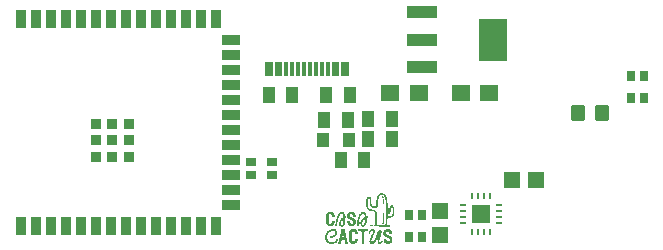
<source format=gtp>
G04 #@! TF.GenerationSoftware,KiCad,Pcbnew,9.0.0-9.0.0-2~ubuntu22.04.1*
G04 #@! TF.CreationDate,2025-03-24T08:10:21+01:00*
G04 #@! TF.ProjectId,kicad_makespace_tutorial,6b696361-645f-46d6-916b-657370616365,v1*
G04 #@! TF.SameCoordinates,Original*
G04 #@! TF.FileFunction,Paste,Top*
G04 #@! TF.FilePolarity,Positive*
%FSLAX46Y46*%
G04 Gerber Fmt 4.6, Leading zero omitted, Abs format (unit mm)*
G04 Created by KiCad (PCBNEW 9.0.0-9.0.0-2~ubuntu22.04.1) date 2025-03-24 08:10:21*
%MOMM*%
%LPD*%
G01*
G04 APERTURE LIST*
G04 Aperture macros list*
%AMRoundRect*
0 Rectangle with rounded corners*
0 $1 Rounding radius*
0 $2 $3 $4 $5 $6 $7 $8 $9 X,Y pos of 4 corners*
0 Add a 4 corners polygon primitive as box body*
4,1,4,$2,$3,$4,$5,$6,$7,$8,$9,$2,$3,0*
0 Add four circle primitives for the rounded corners*
1,1,$1+$1,$2,$3*
1,1,$1+$1,$4,$5*
1,1,$1+$1,$6,$7*
1,1,$1+$1,$8,$9*
0 Add four rect primitives between the rounded corners*
20,1,$1+$1,$2,$3,$4,$5,0*
20,1,$1+$1,$4,$5,$6,$7,0*
20,1,$1+$1,$6,$7,$8,$9,0*
20,1,$1+$1,$8,$9,$2,$3,0*%
G04 Aperture macros list end*
%ADD10C,0.000000*%
%ADD11R,0.700000X0.900000*%
%ADD12R,0.900000X0.700000*%
%ADD13R,1.130000X1.380000*%
%ADD14R,0.900000X1.500000*%
%ADD15R,1.500000X0.900000*%
%ADD16R,0.900000X0.900000*%
%ADD17R,1.500000X1.360000*%
%ADD18R,1.000000X1.250000*%
%ADD19RoundRect,0.250000X-0.350000X-0.450000X0.350000X-0.450000X0.350000X0.450000X-0.350000X0.450000X0*%
%ADD20R,2.500000X1.100000*%
%ADD21R,2.340000X3.600000*%
%ADD22R,0.300000X1.300000*%
%ADD23R,1.410000X1.350000*%
%ADD24R,1.350000X1.410000*%
%ADD25R,0.600000X0.250000*%
%ADD26R,0.250000X0.600000*%
%ADD27R,1.500000X1.500000*%
%ADD28R,1.000000X1.400000*%
G04 APERTURE END LIST*
D10*
G04 #@! TO.C,G\u002A\u002A\u002A*
G36*
X37732384Y-19674971D02*
G01*
X37753902Y-19675525D01*
X37768439Y-19676998D01*
X37778433Y-19679837D01*
X37786319Y-19684491D01*
X37794536Y-19691410D01*
X37795400Y-19692182D01*
X37807852Y-19705224D01*
X37813466Y-19718386D01*
X37814759Y-19737126D01*
X37813417Y-19756108D01*
X37807713Y-19769222D01*
X37795400Y-19782069D01*
X37787030Y-19789221D01*
X37779215Y-19794066D01*
X37769520Y-19797055D01*
X37755506Y-19798635D01*
X37734738Y-19799256D01*
X37704777Y-19799366D01*
X37701447Y-19799366D01*
X37626852Y-19799366D01*
X37606698Y-19779212D01*
X37593008Y-19762816D01*
X37587229Y-19747160D01*
X37586544Y-19737126D01*
X37589031Y-19719741D01*
X37598106Y-19704376D01*
X37606698Y-19695039D01*
X37626852Y-19674885D01*
X37701447Y-19674885D01*
X37732384Y-19674971D01*
G37*
G36*
X38696198Y-17244416D02*
G01*
X38713945Y-17253669D01*
X38727243Y-17270476D01*
X38736783Y-17295969D01*
X38743262Y-17331282D01*
X38746199Y-17360530D01*
X38747558Y-17390767D01*
X38745430Y-17412186D01*
X38738874Y-17427546D01*
X38726945Y-17439609D01*
X38716866Y-17446382D01*
X38701857Y-17454232D01*
X38688497Y-17456615D01*
X38670715Y-17454455D01*
X38667596Y-17453856D01*
X38648469Y-17444540D01*
X38634394Y-17424935D01*
X38625207Y-17394781D01*
X38623282Y-17382927D01*
X38618352Y-17346620D01*
X38615005Y-17320108D01*
X38613328Y-17301427D01*
X38613408Y-17288611D01*
X38615330Y-17279695D01*
X38619180Y-17272715D01*
X38625044Y-17265705D01*
X38628590Y-17261764D01*
X38642239Y-17248649D01*
X38655635Y-17242835D01*
X38673305Y-17241583D01*
X38696198Y-17244416D01*
G37*
G36*
X38707475Y-17506270D02*
G01*
X38729697Y-17511240D01*
X38736004Y-17513994D01*
X38746042Y-17519973D01*
X38754155Y-17527303D01*
X38760581Y-17537267D01*
X38765561Y-17551147D01*
X38769333Y-17570224D01*
X38772136Y-17595780D01*
X38774210Y-17629096D01*
X38775793Y-17671456D01*
X38777126Y-17724139D01*
X38777376Y-17735680D01*
X38778390Y-17789266D01*
X38778837Y-17832266D01*
X38778609Y-17865942D01*
X38777602Y-17891553D01*
X38775709Y-17910362D01*
X38772825Y-17923628D01*
X38768843Y-17932612D01*
X38763657Y-17938576D01*
X38760106Y-17941117D01*
X38741065Y-17948220D01*
X38717518Y-17951023D01*
X38697497Y-17948996D01*
X38680421Y-17941417D01*
X38667859Y-17931633D01*
X38664435Y-17927050D01*
X38661706Y-17920778D01*
X38659549Y-17911404D01*
X38657842Y-17897515D01*
X38656462Y-17877700D01*
X38655286Y-17850547D01*
X38654193Y-17814643D01*
X38653061Y-17768576D01*
X38652822Y-17758159D01*
X38651683Y-17714425D01*
X38650351Y-17673528D01*
X38648905Y-17637288D01*
X38647425Y-17607521D01*
X38645992Y-17586045D01*
X38644734Y-17574915D01*
X38643951Y-17551315D01*
X38649932Y-17529695D01*
X38661351Y-17514070D01*
X38665801Y-17511065D01*
X38684241Y-17506131D01*
X38707475Y-17506270D01*
G37*
G36*
X38748409Y-18640309D02*
G01*
X38770063Y-18646713D01*
X38787866Y-18657502D01*
X38795417Y-18666496D01*
X38797089Y-18675472D01*
X38798538Y-18694660D01*
X38799751Y-18722416D01*
X38800717Y-18757099D01*
X38801422Y-18797066D01*
X38801853Y-18840675D01*
X38801999Y-18886283D01*
X38801846Y-18932249D01*
X38801381Y-18976930D01*
X38800593Y-19018684D01*
X38799467Y-19055868D01*
X38798581Y-19076192D01*
X38796943Y-19107113D01*
X38794845Y-19144436D01*
X38792405Y-19186244D01*
X38789743Y-19230624D01*
X38786979Y-19275659D01*
X38784233Y-19319433D01*
X38781623Y-19360030D01*
X38779269Y-19395537D01*
X38777292Y-19424035D01*
X38775810Y-19443611D01*
X38775274Y-19449635D01*
X38773434Y-19468947D01*
X38771098Y-19494745D01*
X38768746Y-19521700D01*
X38768573Y-19523730D01*
X38764255Y-19558096D01*
X38757472Y-19582699D01*
X38747308Y-19599529D01*
X38732846Y-19610578D01*
X38727414Y-19613112D01*
X38700646Y-19620577D01*
X38677461Y-19618238D01*
X38665415Y-19612935D01*
X38656342Y-19606997D01*
X38649657Y-19599570D01*
X38645185Y-19589091D01*
X38642754Y-19573999D01*
X38642191Y-19552732D01*
X38643323Y-19523728D01*
X38645977Y-19485427D01*
X38648209Y-19457568D01*
X38659769Y-19302916D01*
X38668245Y-19156751D01*
X38673772Y-19016149D01*
X38676487Y-18878189D01*
X38676728Y-18846544D01*
X38677090Y-18804314D01*
X38677676Y-18765642D01*
X38678440Y-18732219D01*
X38679337Y-18705736D01*
X38680319Y-18687883D01*
X38681247Y-18680570D01*
X38693599Y-18660630D01*
X38712700Y-18645577D01*
X38727607Y-18640120D01*
X38748409Y-18640309D01*
G37*
G36*
X36888703Y-20043519D02*
G01*
X36968989Y-20043723D01*
X37000366Y-20043839D01*
X37387968Y-20045364D01*
X37389587Y-20143170D01*
X37391206Y-20240976D01*
X37271034Y-20240344D01*
X37233691Y-20240383D01*
X37199751Y-20240862D01*
X37171241Y-20241717D01*
X37150190Y-20242884D01*
X37138623Y-20244298D01*
X37137755Y-20244555D01*
X37126084Y-20254428D01*
X37119443Y-20268899D01*
X37118659Y-20277812D01*
X37117981Y-20297689D01*
X37117415Y-20327640D01*
X37116964Y-20366772D01*
X37116633Y-20414196D01*
X37116425Y-20469020D01*
X37116345Y-20530354D01*
X37116397Y-20597306D01*
X37116585Y-20668985D01*
X37116913Y-20744502D01*
X37117082Y-20775038D01*
X37117585Y-20862304D01*
X37117998Y-20938473D01*
X37118308Y-21004304D01*
X37118502Y-21060554D01*
X37118568Y-21107984D01*
X37118491Y-21147350D01*
X37118260Y-21179411D01*
X37117861Y-21204926D01*
X37117282Y-21224653D01*
X37116509Y-21239350D01*
X37115529Y-21249776D01*
X37114330Y-21256689D01*
X37112898Y-21260847D01*
X37111220Y-21263010D01*
X37109284Y-21263935D01*
X37108718Y-21264070D01*
X37099377Y-21264751D01*
X37080306Y-21265178D01*
X37053626Y-21265336D01*
X37021461Y-21265213D01*
X36989333Y-21264845D01*
X36950932Y-21263965D01*
X36919588Y-21262624D01*
X36896604Y-21260910D01*
X36883285Y-21258913D01*
X36880412Y-21257435D01*
X36878303Y-21246175D01*
X36878189Y-21245714D01*
X36877953Y-21239005D01*
X36877710Y-21221330D01*
X36877465Y-21193578D01*
X36877223Y-21156637D01*
X36876986Y-21111397D01*
X36876759Y-21058746D01*
X36876547Y-20999574D01*
X36876352Y-20934769D01*
X36876179Y-20865221D01*
X36876032Y-20791818D01*
X36875967Y-20751888D01*
X36875805Y-20662613D01*
X36875602Y-20584470D01*
X36875342Y-20516734D01*
X36875014Y-20458680D01*
X36874603Y-20409585D01*
X36874097Y-20368723D01*
X36873482Y-20335372D01*
X36872745Y-20308805D01*
X36871873Y-20288301D01*
X36870852Y-20273133D01*
X36869669Y-20262578D01*
X36868311Y-20255912D01*
X36866819Y-20252483D01*
X36863221Y-20248606D01*
X36857787Y-20245667D01*
X36848916Y-20243504D01*
X36835008Y-20241956D01*
X36814464Y-20240860D01*
X36785682Y-20240056D01*
X36747061Y-20239382D01*
X36735191Y-20239208D01*
X36690759Y-20238265D01*
X36654417Y-20236859D01*
X36627164Y-20235053D01*
X36610000Y-20232907D01*
X36604298Y-20231073D01*
X36600922Y-20222437D01*
X36598432Y-20204653D01*
X36596822Y-20180395D01*
X36596086Y-20152338D01*
X36596218Y-20123156D01*
X36597214Y-20095522D01*
X36599066Y-20072112D01*
X36601768Y-20055598D01*
X36604695Y-20049010D01*
X36610175Y-20047568D01*
X36623201Y-20046356D01*
X36644289Y-20045366D01*
X36673955Y-20044592D01*
X36712714Y-20044027D01*
X36761081Y-20043664D01*
X36819572Y-20043497D01*
X36888703Y-20043519D01*
G37*
G36*
X34264628Y-18552646D02*
G01*
X34302635Y-18555603D01*
X34333621Y-18560728D01*
X34341153Y-18562729D01*
X34400953Y-18586455D01*
X34454207Y-18619334D01*
X34499992Y-18660440D01*
X34537389Y-18708845D01*
X34565474Y-18763623D01*
X34577957Y-18800929D01*
X34582023Y-18820996D01*
X34585906Y-18849079D01*
X34589147Y-18881343D01*
X34591181Y-18911700D01*
X34594869Y-18987277D01*
X34478856Y-18987277D01*
X34362844Y-18987277D01*
X34359089Y-18947266D01*
X34351341Y-18891068D01*
X34339418Y-18845389D01*
X34322931Y-18809517D01*
X34301492Y-18782736D01*
X34274713Y-18764333D01*
X34255663Y-18756937D01*
X34217622Y-18750993D01*
X34182388Y-18756120D01*
X34151113Y-18771651D01*
X34124946Y-18796918D01*
X34105040Y-18831254D01*
X34098948Y-18847823D01*
X34093403Y-18867844D01*
X34088854Y-18890250D01*
X34085214Y-18916330D01*
X34082402Y-18947369D01*
X34080331Y-18984654D01*
X34078918Y-19029471D01*
X34078079Y-19083109D01*
X34077729Y-19146853D01*
X34077707Y-19172123D01*
X34077894Y-19237740D01*
X34078514Y-19292883D01*
X34079669Y-19338925D01*
X34081458Y-19377244D01*
X34083985Y-19409213D01*
X34087349Y-19436209D01*
X34091652Y-19459607D01*
X34096996Y-19480783D01*
X34101489Y-19495259D01*
X34115327Y-19530461D01*
X34130918Y-19556187D01*
X34149983Y-19574818D01*
X34166335Y-19584921D01*
X34184927Y-19593054D01*
X34202741Y-19596508D01*
X34225526Y-19596288D01*
X34229738Y-19595999D01*
X34255071Y-19592339D01*
X34277320Y-19585966D01*
X34286030Y-19581909D01*
X34311138Y-19560406D01*
X34330778Y-19528480D01*
X34344896Y-19486257D01*
X34353436Y-19433859D01*
X34354121Y-19426456D01*
X34356587Y-19402264D01*
X34360393Y-19384878D01*
X34367315Y-19373180D01*
X34379130Y-19366049D01*
X34397615Y-19362367D01*
X34424545Y-19361013D01*
X34458224Y-19360861D01*
X34504737Y-19361692D01*
X34540306Y-19364076D01*
X34565756Y-19368130D01*
X34581914Y-19373974D01*
X34588396Y-19379556D01*
X34590786Y-19389608D01*
X34591626Y-19408648D01*
X34591091Y-19433938D01*
X34589355Y-19462737D01*
X34586593Y-19492304D01*
X34582979Y-19519899D01*
X34578687Y-19542783D01*
X34577778Y-19546494D01*
X34556997Y-19604711D01*
X34526857Y-19656374D01*
X34488202Y-19700968D01*
X34441875Y-19737980D01*
X34388718Y-19766894D01*
X34329576Y-19787196D01*
X34265291Y-19798371D01*
X34196706Y-19799904D01*
X34166479Y-19797513D01*
X34101452Y-19784965D01*
X34042215Y-19762484D01*
X33989507Y-19730714D01*
X33944067Y-19690302D01*
X33906633Y-19641892D01*
X33877943Y-19586130D01*
X33860084Y-19529658D01*
X33857705Y-19517773D01*
X33855710Y-19503546D01*
X33854058Y-19485835D01*
X33852708Y-19463502D01*
X33851619Y-19435405D01*
X33850749Y-19400406D01*
X33850059Y-19357364D01*
X33849507Y-19305139D01*
X33849053Y-19242591D01*
X33848911Y-19218456D01*
X33848589Y-19138701D01*
X33848608Y-19069800D01*
X33849017Y-19010756D01*
X33849864Y-18960572D01*
X33851197Y-18918251D01*
X33853063Y-18882795D01*
X33855510Y-18853207D01*
X33858586Y-18828490D01*
X33862340Y-18807646D01*
X33866818Y-18789678D01*
X33869986Y-18779525D01*
X33894379Y-18725206D01*
X33928633Y-18676452D01*
X33971697Y-18634202D01*
X34022517Y-18599395D01*
X34080040Y-18572970D01*
X34113367Y-18562556D01*
X34143969Y-18556812D01*
X34181746Y-18553248D01*
X34223149Y-18551860D01*
X34264628Y-18552646D01*
G37*
G36*
X36238080Y-20023654D02*
G01*
X36302962Y-20037767D01*
X36361073Y-20060990D01*
X36411969Y-20093077D01*
X36455204Y-20133783D01*
X36490336Y-20182863D01*
X36501292Y-20203301D01*
X36520855Y-20249068D01*
X36533834Y-20295027D01*
X36541012Y-20344854D01*
X36543174Y-20399541D01*
X36543277Y-20463263D01*
X36427502Y-20463263D01*
X36385109Y-20463069D01*
X36353396Y-20462438D01*
X36331195Y-20461297D01*
X36317335Y-20459571D01*
X36310648Y-20457188D01*
X36309659Y-20455854D01*
X36307984Y-20446874D01*
X36305309Y-20429352D01*
X36302115Y-20406511D01*
X36300924Y-20397546D01*
X36292387Y-20347080D01*
X36280919Y-20307078D01*
X36265685Y-20276339D01*
X36245850Y-20253658D01*
X36220579Y-20237833D01*
X36189036Y-20227660D01*
X36182028Y-20226221D01*
X36144898Y-20224730D01*
X36110791Y-20234007D01*
X36081481Y-20253032D01*
X36058739Y-20280784D01*
X36048241Y-20303239D01*
X36041661Y-20322503D01*
X36036207Y-20340795D01*
X36031772Y-20359444D01*
X36028253Y-20379778D01*
X36025544Y-20403124D01*
X36023542Y-20430809D01*
X36022142Y-20464163D01*
X36021239Y-20504511D01*
X36020728Y-20553183D01*
X36020506Y-20611506D01*
X36020466Y-20655912D01*
X36020555Y-20723799D01*
X36020930Y-20781067D01*
X36021708Y-20828952D01*
X36023006Y-20868690D01*
X36024941Y-20901516D01*
X36027629Y-20928667D01*
X36031187Y-20951377D01*
X36035732Y-20970882D01*
X36041381Y-20988418D01*
X36048250Y-21005220D01*
X36054790Y-21019143D01*
X36075833Y-21049736D01*
X36104128Y-21071377D01*
X36138689Y-21083640D01*
X36178527Y-21086097D01*
X36202516Y-21083080D01*
X36227009Y-21073175D01*
X36250551Y-21054303D01*
X36270315Y-21029199D01*
X36281433Y-21006665D01*
X36286684Y-20991563D01*
X36290818Y-20976814D01*
X36294380Y-20959640D01*
X36297913Y-20937265D01*
X36301963Y-20906913D01*
X36303712Y-20893018D01*
X36307013Y-20874312D01*
X36311251Y-20860065D01*
X36313443Y-20855971D01*
X36319712Y-20852982D01*
X36333673Y-20850827D01*
X36356444Y-20849427D01*
X36389141Y-20848705D01*
X36419291Y-20848561D01*
X36455996Y-20848638D01*
X36482725Y-20849015D01*
X36501361Y-20849910D01*
X36513782Y-20851541D01*
X36521870Y-20854126D01*
X36527505Y-20857883D01*
X36531191Y-20861534D01*
X36538768Y-20873211D01*
X36542697Y-20889826D01*
X36543878Y-20910437D01*
X36541820Y-20975265D01*
X36532864Y-21031878D01*
X36516321Y-21082158D01*
X36491503Y-21127987D01*
X36457721Y-21171248D01*
X36442744Y-21187049D01*
X36396415Y-21227151D01*
X36346594Y-21256797D01*
X36290889Y-21277278D01*
X36263445Y-21283811D01*
X36222807Y-21289591D01*
X36176394Y-21292171D01*
X36128987Y-21291550D01*
X36085365Y-21287723D01*
X36063137Y-21283917D01*
X36004145Y-21265571D01*
X35949549Y-21237388D01*
X35900927Y-21200570D01*
X35859862Y-21156316D01*
X35827933Y-21105826D01*
X35827524Y-21105012D01*
X35815531Y-21078961D01*
X35806155Y-21053044D01*
X35798921Y-21024932D01*
X35793354Y-20992298D01*
X35788977Y-20952813D01*
X35785313Y-20904148D01*
X35784800Y-20895982D01*
X35783385Y-20864173D01*
X35782387Y-20823005D01*
X35781785Y-20774494D01*
X35781561Y-20720653D01*
X35781695Y-20663498D01*
X35782168Y-20605041D01*
X35782961Y-20547297D01*
X35784055Y-20492280D01*
X35785429Y-20442005D01*
X35787066Y-20398485D01*
X35788945Y-20363736D01*
X35790035Y-20349541D01*
X35800322Y-20281866D01*
X35818599Y-20222679D01*
X35845263Y-20171364D01*
X35880710Y-20127304D01*
X35925337Y-20089883D01*
X35976421Y-20060008D01*
X36025623Y-20039409D01*
X36075836Y-20026295D01*
X36130737Y-20019870D01*
X36166871Y-20018895D01*
X36238080Y-20023654D01*
G37*
G36*
X34557737Y-20022888D02*
G01*
X34615112Y-20038136D01*
X34665190Y-20061106D01*
X34709226Y-20092325D01*
X34734950Y-20117019D01*
X34772158Y-20164982D01*
X34798993Y-20217388D01*
X34815502Y-20273035D01*
X34821734Y-20330717D01*
X34817739Y-20389233D01*
X34803566Y-20447376D01*
X34779264Y-20503944D01*
X34744881Y-20557732D01*
X34715604Y-20592280D01*
X34662329Y-20640138D01*
X34599729Y-20680771D01*
X34527914Y-20714136D01*
X34446992Y-20740191D01*
X34357071Y-20758891D01*
X34271503Y-20769153D01*
X34225564Y-20773000D01*
X34225564Y-20714107D01*
X34225964Y-20684942D01*
X34228186Y-20663006D01*
X34233759Y-20646868D01*
X34244214Y-20635096D01*
X34261080Y-20626258D01*
X34285889Y-20618923D01*
X34320170Y-20611660D01*
X34338924Y-20608066D01*
X34403922Y-20592769D01*
X34460099Y-20572624D01*
X34509957Y-20546300D01*
X34555996Y-20512463D01*
X34600718Y-20469780D01*
X34602972Y-20467381D01*
X34633218Y-20428651D01*
X34651713Y-20389448D01*
X34658561Y-20349297D01*
X34653867Y-20307726D01*
X34644395Y-20279035D01*
X34622574Y-20237564D01*
X34594880Y-20205664D01*
X34560768Y-20183059D01*
X34519691Y-20169476D01*
X34471102Y-20164639D01*
X34422498Y-20167308D01*
X34391581Y-20171666D01*
X34358380Y-20177748D01*
X34329617Y-20184310D01*
X34327279Y-20184935D01*
X34258947Y-20209575D01*
X34194554Y-20244831D01*
X34134920Y-20289879D01*
X34080862Y-20343898D01*
X34033201Y-20406065D01*
X33992755Y-20475558D01*
X33960344Y-20551554D01*
X33959406Y-20554206D01*
X33951082Y-20578394D01*
X33945287Y-20597633D01*
X33941563Y-20615082D01*
X33939454Y-20633899D01*
X33938503Y-20657241D01*
X33938251Y-20688266D01*
X33938243Y-20700370D01*
X33938365Y-20734505D01*
X33939039Y-20759951D01*
X33940726Y-20779874D01*
X33943886Y-20797440D01*
X33948981Y-20815816D01*
X33956472Y-20838167D01*
X33959618Y-20847153D01*
X33989335Y-20917925D01*
X34025500Y-20979920D01*
X34067694Y-21032668D01*
X34115500Y-21075701D01*
X34168498Y-21108547D01*
X34206639Y-21124599D01*
X34272382Y-21141730D01*
X34339559Y-21148479D01*
X34406496Y-21145138D01*
X34471520Y-21132000D01*
X34532957Y-21109357D01*
X34589134Y-21077501D01*
X34622043Y-21051988D01*
X34660383Y-21012973D01*
X34696615Y-20965695D01*
X34728091Y-20913731D01*
X34736331Y-20897516D01*
X34747239Y-20875699D01*
X34756587Y-20858237D01*
X34762974Y-20847696D01*
X34764583Y-20845843D01*
X34771798Y-20846331D01*
X34787739Y-20849858D01*
X34809855Y-20855803D01*
X34829305Y-20861581D01*
X34858202Y-20870785D01*
X34877004Y-20878746D01*
X34886927Y-20887782D01*
X34889183Y-20900212D01*
X34884986Y-20918352D01*
X34875552Y-20944522D01*
X34874377Y-20947641D01*
X34844141Y-21011771D01*
X34803745Y-21072236D01*
X34754627Y-21127834D01*
X34698222Y-21177363D01*
X34635970Y-21219619D01*
X34569305Y-21253402D01*
X34499666Y-21277509D01*
X34472364Y-21283957D01*
X34424981Y-21291191D01*
X34372426Y-21295090D01*
X34319633Y-21295504D01*
X34271534Y-21292286D01*
X34257823Y-21290446D01*
X34178215Y-21272286D01*
X34103265Y-21243540D01*
X34033807Y-21204843D01*
X33970675Y-21156831D01*
X33914704Y-21100139D01*
X33866726Y-21035403D01*
X33827577Y-20963259D01*
X33827141Y-20962299D01*
X33801988Y-20893767D01*
X33785302Y-20819240D01*
X33777186Y-20741127D01*
X33777748Y-20661839D01*
X33787092Y-20583787D01*
X33805325Y-20509380D01*
X33807075Y-20503947D01*
X33838315Y-20426094D01*
X33878960Y-20352703D01*
X33927974Y-20284514D01*
X33984319Y-20222269D01*
X34046959Y-20166708D01*
X34114857Y-20118572D01*
X34186976Y-20078602D01*
X34262278Y-20047538D01*
X34339727Y-20026122D01*
X34418285Y-20015094D01*
X34491814Y-20014835D01*
X34557737Y-20022888D01*
G37*
G36*
X35329831Y-20042442D02*
G01*
X35359475Y-20042697D01*
X35380750Y-20043353D01*
X35395399Y-20044600D01*
X35405168Y-20046629D01*
X35411798Y-20049629D01*
X35417033Y-20053791D01*
X35419844Y-20056538D01*
X35430405Y-20071396D01*
X35439267Y-20090960D01*
X35441002Y-20096549D01*
X35443071Y-20104777D01*
X35447695Y-20123563D01*
X35454642Y-20151944D01*
X35463678Y-20188956D01*
X35474568Y-20233636D01*
X35487078Y-20285020D01*
X35500975Y-20342144D01*
X35516025Y-20404045D01*
X35531994Y-20469759D01*
X35548648Y-20538323D01*
X35565754Y-20608772D01*
X35583077Y-20680142D01*
X35600383Y-20751472D01*
X35617439Y-20821795D01*
X35634010Y-20890150D01*
X35649864Y-20955572D01*
X35664765Y-21017098D01*
X35678481Y-21073763D01*
X35690777Y-21124605D01*
X35701419Y-21168660D01*
X35710174Y-21204963D01*
X35716808Y-21232552D01*
X35721086Y-21250462D01*
X35722408Y-21256087D01*
X35725486Y-21269424D01*
X35610703Y-21269424D01*
X35570748Y-21269338D01*
X35540959Y-21268978D01*
X35519648Y-21268194D01*
X35505127Y-21266835D01*
X35495707Y-21264752D01*
X35489699Y-21261794D01*
X35485856Y-21258304D01*
X35480687Y-21247614D01*
X35474087Y-21225588D01*
X35466162Y-21192647D01*
X35457019Y-21149209D01*
X35452548Y-21126414D01*
X35442765Y-21075652D01*
X35434899Y-21035265D01*
X35428626Y-21003984D01*
X35423621Y-20980544D01*
X35419560Y-20963678D01*
X35416120Y-20952117D01*
X35412974Y-20944596D01*
X35409800Y-20939846D01*
X35406272Y-20936602D01*
X35403433Y-20934557D01*
X35395548Y-20930892D01*
X35382877Y-20928323D01*
X35363620Y-20926693D01*
X35335979Y-20925845D01*
X35301433Y-20925621D01*
X35262436Y-20925876D01*
X35233570Y-20927108D01*
X35213118Y-20930013D01*
X35199359Y-20935286D01*
X35190573Y-20943626D01*
X35185041Y-20955728D01*
X35181043Y-20972289D01*
X35180592Y-20974573D01*
X35177626Y-20989828D01*
X35172860Y-21014431D01*
X35166739Y-21046088D01*
X35159705Y-21082504D01*
X35152203Y-21121386D01*
X35150518Y-21130125D01*
X35141342Y-21176262D01*
X35133659Y-21211562D01*
X35127237Y-21236916D01*
X35121848Y-21253218D01*
X35117261Y-21261358D01*
X35116517Y-21262015D01*
X35108493Y-21264874D01*
X35092536Y-21266986D01*
X35067647Y-21268408D01*
X35032827Y-21269201D01*
X34991420Y-21269424D01*
X34876321Y-21269424D01*
X34880437Y-21253123D01*
X34882495Y-21244734D01*
X34887105Y-21225799D01*
X34894028Y-21197293D01*
X34903029Y-21160194D01*
X34913870Y-21115479D01*
X34926315Y-21064123D01*
X34940127Y-21007103D01*
X34955069Y-20945397D01*
X34970905Y-20879979D01*
X34981378Y-20836706D01*
X34998152Y-20767390D01*
X35008633Y-20724080D01*
X35229259Y-20724080D01*
X35301289Y-20724080D01*
X35373319Y-20724080D01*
X35340593Y-20552094D01*
X35331021Y-20502925D01*
X35322393Y-20460863D01*
X35314922Y-20426834D01*
X35308820Y-20401767D01*
X35304299Y-20386589D01*
X35301686Y-20382166D01*
X35297906Y-20388531D01*
X35292973Y-20403847D01*
X35287705Y-20425375D01*
X35285303Y-20437081D01*
X35280854Y-20460046D01*
X35274699Y-20491691D01*
X35267413Y-20529065D01*
X35259573Y-20569215D01*
X35252180Y-20607009D01*
X35229259Y-20724080D01*
X35008633Y-20724080D01*
X35014555Y-20699610D01*
X35030302Y-20634544D01*
X35045108Y-20573371D01*
X35058687Y-20517269D01*
X35070753Y-20467418D01*
X35081023Y-20424995D01*
X35089209Y-20391180D01*
X35095028Y-20367151D01*
X35096874Y-20359529D01*
X35105168Y-20325264D01*
X35115155Y-20283941D01*
X35125757Y-20240031D01*
X35135893Y-20198003D01*
X35139108Y-20184664D01*
X35147383Y-20150443D01*
X35155129Y-20118646D01*
X35161737Y-20091758D01*
X35166597Y-20072264D01*
X35168558Y-20064629D01*
X35174446Y-20042400D01*
X35290076Y-20042400D01*
X35329831Y-20042442D01*
G37*
G36*
X36081390Y-18550042D02*
G01*
X36152193Y-18567288D01*
X36209416Y-18590021D01*
X36251744Y-18613828D01*
X36286953Y-18642872D01*
X36315554Y-18678127D01*
X36338054Y-18720568D01*
X36354963Y-18771169D01*
X36366789Y-18830903D01*
X36374041Y-18900745D01*
X36374384Y-18905945D01*
X36375948Y-18937905D01*
X36375793Y-18959762D01*
X36373848Y-18973155D01*
X36371231Y-18978559D01*
X36366238Y-18981935D01*
X36356636Y-18984353D01*
X36340778Y-18985953D01*
X36317020Y-18986872D01*
X36283716Y-18987248D01*
X36267345Y-18987277D01*
X36231469Y-18987225D01*
X36205549Y-18986896D01*
X36187684Y-18986036D01*
X36175976Y-18984387D01*
X36168526Y-18981694D01*
X36163433Y-18977701D01*
X36159231Y-18972704D01*
X36151029Y-18955594D01*
X36144227Y-18927060D01*
X36141042Y-18906026D01*
X36131067Y-18855783D01*
X36115296Y-18815718D01*
X36093496Y-18785541D01*
X36065435Y-18764961D01*
X36030879Y-18753686D01*
X36017496Y-18751911D01*
X35977285Y-18752403D01*
X35944273Y-18762111D01*
X35917770Y-18781403D01*
X35897084Y-18810646D01*
X35893514Y-18817872D01*
X35881397Y-18856882D01*
X35880552Y-18896177D01*
X35890804Y-18933899D01*
X35906955Y-18961797D01*
X35920973Y-18975327D01*
X35945684Y-18992757D01*
X35980672Y-19013846D01*
X36025524Y-19038352D01*
X36079824Y-19066033D01*
X36116486Y-19083930D01*
X36149453Y-19100359D01*
X36182969Y-19118030D01*
X36213482Y-19135011D01*
X36237439Y-19149370D01*
X36240967Y-19151648D01*
X36294659Y-19193224D01*
X36338203Y-19240432D01*
X36371332Y-19292643D01*
X36393779Y-19349230D01*
X36405276Y-19409565D01*
X36405559Y-19473018D01*
X36398262Y-19522218D01*
X36387450Y-19558272D01*
X36370339Y-19598160D01*
X36349148Y-19637470D01*
X36326099Y-19671789D01*
X36317879Y-19681951D01*
X36292333Y-19706846D01*
X36259430Y-19731970D01*
X36223276Y-19754543D01*
X36187981Y-19771786D01*
X36181196Y-19774421D01*
X36136404Y-19786980D01*
X36084810Y-19795046D01*
X36030692Y-19798343D01*
X35978328Y-19796596D01*
X35935351Y-19790289D01*
X35872698Y-19771383D01*
X35818387Y-19744085D01*
X35772497Y-19708505D01*
X35735109Y-19664754D01*
X35706303Y-19612942D01*
X35686160Y-19553180D01*
X35674760Y-19485579D01*
X35671990Y-19427614D01*
X35672257Y-19401243D01*
X35673442Y-19384270D01*
X35675985Y-19374249D01*
X35680326Y-19368732D01*
X35682860Y-19367133D01*
X35692427Y-19365105D01*
X35711474Y-19363429D01*
X35737630Y-19362231D01*
X35768523Y-19361643D01*
X35784248Y-19361614D01*
X35822707Y-19361903D01*
X35850993Y-19363090D01*
X35870793Y-19366157D01*
X35883788Y-19372085D01*
X35891663Y-19381857D01*
X35896101Y-19396452D01*
X35898786Y-19416853D01*
X35899952Y-19429056D01*
X35908269Y-19480610D01*
X35922587Y-19522655D01*
X35942754Y-19554883D01*
X35968618Y-19576983D01*
X35973685Y-19579769D01*
X36012123Y-19593517D01*
X36049879Y-19596308D01*
X36085381Y-19589003D01*
X36117052Y-19572467D01*
X36143320Y-19547563D01*
X36162610Y-19515153D01*
X36173348Y-19476103D01*
X36174111Y-19469851D01*
X36175045Y-19448386D01*
X36171838Y-19430320D01*
X36163284Y-19409465D01*
X36161719Y-19406231D01*
X36151652Y-19389012D01*
X36138135Y-19372572D01*
X36119867Y-19355928D01*
X36095549Y-19338100D01*
X36063880Y-19318106D01*
X36023562Y-19294963D01*
X35990331Y-19276814D01*
X35955939Y-19258301D01*
X35919771Y-19238839D01*
X35885519Y-19220415D01*
X35856874Y-19205013D01*
X35849741Y-19201180D01*
X35790115Y-19165876D01*
X35741562Y-19129542D01*
X35703301Y-19091082D01*
X35674552Y-19049402D01*
X35654533Y-19003407D01*
X35642463Y-18952001D01*
X35637914Y-18904290D01*
X35639741Y-18837096D01*
X35651430Y-18776479D01*
X35672962Y-18722468D01*
X35704318Y-18675091D01*
X35745479Y-18634376D01*
X35796426Y-18600350D01*
X35857140Y-18573042D01*
X35867900Y-18569250D01*
X35939047Y-18551011D01*
X36010276Y-18544613D01*
X36081390Y-18550042D01*
G37*
G36*
X39147084Y-20018862D02*
G01*
X39215855Y-20030326D01*
X39275151Y-20048691D01*
X39325321Y-20074220D01*
X39366711Y-20107177D01*
X39399671Y-20147823D01*
X39424547Y-20196423D01*
X39438321Y-20239070D01*
X39442353Y-20258795D01*
X39446780Y-20286845D01*
X39451199Y-20319788D01*
X39455204Y-20354193D01*
X39458391Y-20386629D01*
X39460356Y-20413663D01*
X39460768Y-20429590D01*
X39460095Y-20440860D01*
X39457553Y-20449288D01*
X39451633Y-20455286D01*
X39440825Y-20459266D01*
X39423619Y-20461642D01*
X39398506Y-20462824D01*
X39363975Y-20463226D01*
X39337440Y-20463263D01*
X39228504Y-20463263D01*
X39228387Y-20438071D01*
X39225591Y-20393158D01*
X39218111Y-20350115D01*
X39206680Y-20311561D01*
X39192029Y-20280112D01*
X39179312Y-20262702D01*
X39151766Y-20241281D01*
X39117799Y-20227338D01*
X39080856Y-20221774D01*
X39044381Y-20225490D01*
X39040798Y-20226433D01*
X39009161Y-20241013D01*
X38984169Y-20264187D01*
X38966579Y-20294259D01*
X38957150Y-20329532D01*
X38956641Y-20368309D01*
X38963054Y-20400335D01*
X38969148Y-20416490D01*
X38978109Y-20431547D01*
X38991015Y-20446284D01*
X39008947Y-20461477D01*
X39032982Y-20477905D01*
X39064200Y-20496345D01*
X39103680Y-20517575D01*
X39152501Y-20542373D01*
X39176990Y-20554501D01*
X39233013Y-20582564D01*
X39279427Y-20607027D01*
X39317575Y-20628828D01*
X39348799Y-20648908D01*
X39374443Y-20668205D01*
X39395850Y-20687659D01*
X39414362Y-20708210D01*
X39431321Y-20730795D01*
X39433475Y-20733919D01*
X39452968Y-20764100D01*
X39467066Y-20790915D01*
X39476598Y-20817388D01*
X39482396Y-20846542D01*
X39485289Y-20881401D01*
X39486106Y-20924988D01*
X39486107Y-20925621D01*
X39485954Y-20960565D01*
X39485186Y-20986624D01*
X39483437Y-21006764D01*
X39480343Y-21023951D01*
X39475541Y-21041154D01*
X39469854Y-21057972D01*
X39443014Y-21117998D01*
X39407776Y-21169748D01*
X39364445Y-21212938D01*
X39313327Y-21247283D01*
X39254724Y-21272496D01*
X39234432Y-21278591D01*
X39209520Y-21283406D01*
X39176433Y-21287098D01*
X39138810Y-21289518D01*
X39100291Y-21290519D01*
X39064517Y-21289951D01*
X39035126Y-21287664D01*
X39030111Y-21286952D01*
X38965734Y-21271866D01*
X38909385Y-21248180D01*
X38861168Y-21215965D01*
X38821189Y-21175291D01*
X38789552Y-21126229D01*
X38787843Y-21122863D01*
X38769854Y-21081429D01*
X38757090Y-21038280D01*
X38748755Y-20990056D01*
X38744351Y-20938945D01*
X38742686Y-20908928D01*
X38742461Y-20886410D01*
X38745103Y-20870315D01*
X38752042Y-20859569D01*
X38764706Y-20853096D01*
X38784525Y-20849818D01*
X38812927Y-20848662D01*
X38851341Y-20848551D01*
X38864401Y-20848561D01*
X38966746Y-20848561D01*
X38969811Y-20864862D01*
X38972120Y-20879794D01*
X38974826Y-20901015D01*
X38976578Y-20916729D01*
X38985618Y-20970101D01*
X39000606Y-21013260D01*
X39021604Y-21046284D01*
X39048677Y-21069252D01*
X39081887Y-21082242D01*
X39112915Y-21085504D01*
X39155697Y-21080882D01*
X39191463Y-21066808D01*
X39219997Y-21043425D01*
X39241079Y-21010873D01*
X39246034Y-20999033D01*
X39255936Y-20962250D01*
X39256011Y-20929143D01*
X39245790Y-20898041D01*
X39224803Y-20867273D01*
X39202515Y-20844156D01*
X39188626Y-20831931D01*
X39173189Y-20820153D01*
X39154589Y-20807855D01*
X39131209Y-20794070D01*
X39101433Y-20777828D01*
X39063646Y-20758162D01*
X39032573Y-20742351D01*
X38993504Y-20722367D01*
X38955694Y-20702618D01*
X38921167Y-20684192D01*
X38891947Y-20668176D01*
X38870057Y-20655659D01*
X38860990Y-20650091D01*
X38810105Y-20610730D01*
X38769335Y-20565235D01*
X38738789Y-20513831D01*
X38718574Y-20456741D01*
X38708800Y-20394191D01*
X38708852Y-20335819D01*
X38717205Y-20272615D01*
X38733560Y-20217446D01*
X38758409Y-20169170D01*
X38792244Y-20126649D01*
X38804237Y-20114828D01*
X38850909Y-20079001D01*
X38905493Y-20050750D01*
X38966440Y-20030510D01*
X39032202Y-20018714D01*
X39101229Y-20015796D01*
X39147084Y-20018862D01*
G37*
G36*
X35247219Y-18552087D02*
G01*
X35290172Y-18565680D01*
X35329364Y-18589378D01*
X35347941Y-18605835D01*
X35365567Y-18625650D01*
X35381595Y-18648742D01*
X35396641Y-18676524D01*
X35411323Y-18710412D01*
X35426256Y-18751819D01*
X35442059Y-18802160D01*
X35458209Y-18858717D01*
X35468981Y-18895550D01*
X35478534Y-18923807D01*
X35486479Y-18942428D01*
X35491774Y-18949960D01*
X35504187Y-18954303D01*
X35525898Y-18956958D01*
X35547873Y-18957639D01*
X35568275Y-18957715D01*
X35582415Y-18959151D01*
X35591335Y-18963763D01*
X35596076Y-18973365D01*
X35597678Y-18989772D01*
X35597184Y-19014798D01*
X35596009Y-19041537D01*
X35593488Y-19098761D01*
X35566092Y-19102870D01*
X35536698Y-19109783D01*
X35515258Y-19120093D01*
X35503615Y-19132894D01*
X35503250Y-19133768D01*
X35501521Y-19143114D01*
X35499431Y-19162015D01*
X35497187Y-19188185D01*
X35494994Y-19219338D01*
X35493802Y-19239203D01*
X35490835Y-19290337D01*
X35488144Y-19331956D01*
X35485503Y-19366391D01*
X35482686Y-19395971D01*
X35479466Y-19423025D01*
X35475617Y-19449885D01*
X35470913Y-19478879D01*
X35469985Y-19484345D01*
X35453066Y-19563090D01*
X35430900Y-19632220D01*
X35403657Y-19691515D01*
X35371505Y-19740757D01*
X35334614Y-19779725D01*
X35293154Y-19808202D01*
X35247292Y-19825967D01*
X35201324Y-19832663D01*
X35176296Y-19832764D01*
X35152597Y-19831279D01*
X35136748Y-19828809D01*
X35094167Y-19812123D01*
X35056000Y-19784920D01*
X35022899Y-19747927D01*
X34995513Y-19701868D01*
X34974623Y-19647901D01*
X34967690Y-19614780D01*
X34963856Y-19573908D01*
X34963297Y-19541513D01*
X35112164Y-19541513D01*
X35114316Y-19585534D01*
X35121920Y-19620511D01*
X35135555Y-19648202D01*
X35153833Y-19668682D01*
X35175224Y-19682804D01*
X35196772Y-19686175D01*
X35218287Y-19680873D01*
X35238827Y-19667672D01*
X35259184Y-19644897D01*
X35278014Y-19614773D01*
X35293973Y-19579525D01*
X35305714Y-19541378D01*
X35307496Y-19533315D01*
X35313646Y-19500877D01*
X35319884Y-19463458D01*
X35326030Y-19422657D01*
X35331904Y-19380071D01*
X35337324Y-19337299D01*
X35342110Y-19295939D01*
X35346080Y-19257590D01*
X35349055Y-19223849D01*
X35350852Y-19196315D01*
X35351292Y-19176586D01*
X35350194Y-19166260D01*
X35349155Y-19165107D01*
X35338600Y-19168500D01*
X35321443Y-19177606D01*
X35300405Y-19190821D01*
X35278210Y-19206537D01*
X35275672Y-19208459D01*
X35231645Y-19248912D01*
X35192804Y-19298175D01*
X35160297Y-19353913D01*
X35135269Y-19413791D01*
X35118868Y-19475473D01*
X35112239Y-19536624D01*
X35112164Y-19541513D01*
X34963297Y-19541513D01*
X34963080Y-19528966D01*
X34965322Y-19483632D01*
X34970538Y-19441589D01*
X34977304Y-19411105D01*
X35005747Y-19331760D01*
X35043618Y-19257290D01*
X35089995Y-19188843D01*
X35143955Y-19127568D01*
X35204577Y-19074613D01*
X35270938Y-19031125D01*
X35290953Y-19020535D01*
X35311225Y-19009704D01*
X35324771Y-18999625D01*
X35332227Y-18988009D01*
X35334229Y-18972566D01*
X35331414Y-18951009D01*
X35324419Y-18921049D01*
X35321636Y-18910218D01*
X35306412Y-18854008D01*
X35292418Y-18808401D01*
X35279072Y-18772284D01*
X35265791Y-18744542D01*
X35251994Y-18724064D01*
X35237100Y-18709734D01*
X35220526Y-18700441D01*
X35210211Y-18696999D01*
X35186396Y-18693759D01*
X35163664Y-18698083D01*
X35140028Y-18710828D01*
X35113503Y-18732852D01*
X35102701Y-18743380D01*
X35067646Y-18782300D01*
X35035549Y-18826046D01*
X35005538Y-18876153D01*
X34976744Y-18934155D01*
X34948295Y-19001585D01*
X34932354Y-19043590D01*
X34903181Y-19131567D01*
X34876712Y-19228302D01*
X34853525Y-19330892D01*
X34834192Y-19436433D01*
X34819291Y-19542022D01*
X34809396Y-19644754D01*
X34807547Y-19673560D01*
X34805308Y-19710922D01*
X34802656Y-19738064D01*
X34798407Y-19756596D01*
X34791381Y-19768129D01*
X34780394Y-19774272D01*
X34764265Y-19776638D01*
X34741811Y-19776835D01*
X34731845Y-19776683D01*
X34705766Y-19776120D01*
X34686521Y-19774312D01*
X34673157Y-19769694D01*
X34664719Y-19760702D01*
X34660251Y-19745770D01*
X34658800Y-19723335D01*
X34659411Y-19691832D01*
X34660701Y-19660066D01*
X34668957Y-19542232D01*
X34683623Y-19424351D01*
X34704289Y-19307855D01*
X34730542Y-19194173D01*
X34761970Y-19084735D01*
X34798161Y-18980973D01*
X34838702Y-18884316D01*
X34883182Y-18796194D01*
X34931189Y-18718038D01*
X34932812Y-18715669D01*
X34971569Y-18666598D01*
X35014195Y-18625614D01*
X35059601Y-18593005D01*
X35106696Y-18569059D01*
X35154391Y-18554065D01*
X35201596Y-18548312D01*
X35247219Y-18552087D01*
G37*
G36*
X37069374Y-18553673D02*
G01*
X37102250Y-18562877D01*
X37131505Y-18578034D01*
X37157743Y-18599943D01*
X37181571Y-18629401D01*
X37203595Y-18667205D01*
X37224420Y-18714155D01*
X37244651Y-18771048D01*
X37264896Y-18838683D01*
X37272290Y-18865761D01*
X37280399Y-18894124D01*
X37288476Y-18918984D01*
X37295592Y-18937684D01*
X37300821Y-18947568D01*
X37300882Y-18947636D01*
X37314801Y-18955811D01*
X37334391Y-18957460D01*
X37357090Y-18956985D01*
X37380932Y-18957040D01*
X37383522Y-18957089D01*
X37408715Y-18957639D01*
X37408715Y-19028771D01*
X37408553Y-19058982D01*
X37407883Y-19079275D01*
X37406421Y-19091585D01*
X37403888Y-19097849D01*
X37400000Y-19100000D01*
X37398341Y-19100138D01*
X37359823Y-19102272D01*
X37332936Y-19106662D01*
X37317671Y-19113309D01*
X37315453Y-19115610D01*
X37311462Y-19127255D01*
X37308607Y-19148489D01*
X37307180Y-19177079D01*
X37307137Y-19179577D01*
X37306577Y-19206957D01*
X37305794Y-19232783D01*
X37304929Y-19252616D01*
X37304658Y-19256986D01*
X37303557Y-19273477D01*
X37302015Y-19297704D01*
X37300290Y-19325570D01*
X37299481Y-19338912D01*
X37290870Y-19430444D01*
X37276646Y-19514061D01*
X37256999Y-19589219D01*
X37232117Y-19655377D01*
X37202191Y-19711991D01*
X37167411Y-19758522D01*
X37144737Y-19780984D01*
X37108713Y-19805530D01*
X37066469Y-19822867D01*
X37021332Y-19832220D01*
X36976629Y-19832815D01*
X36945939Y-19827208D01*
X36900061Y-19808357D01*
X36860839Y-19780004D01*
X36828573Y-19742652D01*
X36803558Y-19696802D01*
X36786093Y-19642957D01*
X36776476Y-19581622D01*
X36774737Y-19541513D01*
X36926086Y-19541513D01*
X36926229Y-19572515D01*
X36927473Y-19594878D01*
X36930245Y-19611800D01*
X36934973Y-19626479D01*
X36938545Y-19634716D01*
X36955672Y-19661439D01*
X36977147Y-19678622D01*
X37001432Y-19685570D01*
X37026988Y-19681588D01*
X37034687Y-19678152D01*
X37059578Y-19658931D01*
X37081868Y-19628336D01*
X37101569Y-19586332D01*
X37118693Y-19532882D01*
X37133252Y-19467951D01*
X37145258Y-19391504D01*
X37153296Y-19319226D01*
X37157534Y-19273755D01*
X37160684Y-19238687D01*
X37162812Y-19212623D01*
X37163984Y-19194168D01*
X37164264Y-19181923D01*
X37163720Y-19174492D01*
X37162417Y-19170477D01*
X37160419Y-19168483D01*
X37160384Y-19168461D01*
X37149896Y-19168451D01*
X37133214Y-19175991D01*
X37112031Y-19189782D01*
X37088039Y-19208521D01*
X37062930Y-19230907D01*
X37038397Y-19255639D01*
X37020499Y-19276025D01*
X36980853Y-19332280D01*
X36952192Y-19391968D01*
X36934170Y-19456065D01*
X36926439Y-19525542D01*
X36926086Y-19541513D01*
X36774737Y-19541513D01*
X36774573Y-19537722D01*
X36780078Y-19465219D01*
X36796413Y-19392605D01*
X36822667Y-19321396D01*
X36857927Y-19253110D01*
X36901281Y-19189264D01*
X36951817Y-19131374D01*
X37008622Y-19080959D01*
X37070785Y-19039534D01*
X37075849Y-19036716D01*
X37109816Y-19016302D01*
X37132764Y-18998258D01*
X37145188Y-18982134D01*
X37147898Y-18971110D01*
X37146276Y-18959968D01*
X37141866Y-18939996D01*
X37135352Y-18913696D01*
X37127420Y-18883573D01*
X37118752Y-18852131D01*
X37110035Y-18821874D01*
X37101951Y-18795307D01*
X37095186Y-18774933D01*
X37092031Y-18766693D01*
X37077223Y-18740295D01*
X37057833Y-18717715D01*
X37036762Y-18701978D01*
X37025617Y-18697368D01*
X36997028Y-18695458D01*
X36966325Y-18704276D01*
X36934379Y-18723074D01*
X36902062Y-18751106D01*
X36870245Y-18787626D01*
X36839800Y-18831888D01*
X36813732Y-18878841D01*
X36769798Y-18976402D01*
X36730581Y-19083696D01*
X36696396Y-19199445D01*
X36667556Y-19322376D01*
X36644375Y-19451211D01*
X36627166Y-19584677D01*
X36619759Y-19667515D01*
X36616185Y-19709307D01*
X36612507Y-19740640D01*
X36608790Y-19761050D01*
X36605100Y-19770073D01*
X36605056Y-19770111D01*
X36595319Y-19773367D01*
X36577320Y-19775724D01*
X36554627Y-19777059D01*
X36530806Y-19777249D01*
X36509425Y-19776172D01*
X36494769Y-19773902D01*
X36483658Y-19768764D01*
X36476394Y-19759017D01*
X36472345Y-19742666D01*
X36470881Y-19717715D01*
X36470966Y-19698596D01*
X36471769Y-19671394D01*
X36473208Y-19639382D01*
X36475075Y-19605965D01*
X36477166Y-19574546D01*
X36479273Y-19548530D01*
X36481004Y-19532622D01*
X36482850Y-19518248D01*
X36485305Y-19497814D01*
X36486761Y-19485200D01*
X36501995Y-19377936D01*
X36523050Y-19271184D01*
X36549388Y-19166527D01*
X36580473Y-19065550D01*
X36615768Y-18969833D01*
X36654736Y-18880961D01*
X36696840Y-18800516D01*
X36741544Y-18730081D01*
X36744063Y-18726535D01*
X36789489Y-18669054D01*
X36835483Y-18623149D01*
X36882500Y-18588542D01*
X36930994Y-18564953D01*
X36981418Y-18552105D01*
X37032269Y-18549624D01*
X37069374Y-18553673D01*
G37*
G36*
X37840747Y-20015999D02*
G01*
X37882557Y-20029438D01*
X37920015Y-20052169D01*
X37951566Y-20083717D01*
X37972827Y-20117619D01*
X37981764Y-20136529D01*
X37987484Y-20151890D01*
X37990678Y-20167362D01*
X37992038Y-20186604D01*
X37992257Y-20213274D01*
X37992223Y-20220126D01*
X37991585Y-20247023D01*
X37989726Y-20272508D01*
X37986237Y-20297787D01*
X37980711Y-20324066D01*
X37972739Y-20352549D01*
X37961914Y-20384442D01*
X37947826Y-20420952D01*
X37930067Y-20463283D01*
X37908229Y-20512641D01*
X37881905Y-20570232D01*
X37851666Y-20635165D01*
X37832518Y-20676157D01*
X37814040Y-20715919D01*
X37797135Y-20752493D01*
X37782705Y-20783921D01*
X37771653Y-20808246D01*
X37765584Y-20821887D01*
X37750878Y-20858774D01*
X37737386Y-20898354D01*
X37725904Y-20937737D01*
X37717226Y-20974032D01*
X37712148Y-21004351D01*
X37711155Y-21019752D01*
X37715404Y-21056368D01*
X37727005Y-21086831D01*
X37744700Y-21110073D01*
X37767230Y-21125029D01*
X37793338Y-21130634D01*
X37821766Y-21125822D01*
X37831524Y-21121726D01*
X37850903Y-21108798D01*
X37873528Y-21088195D01*
X37896901Y-21062611D01*
X37918522Y-21034742D01*
X37933169Y-21012113D01*
X37939717Y-20999457D01*
X37948798Y-20979592D01*
X37960603Y-20952043D01*
X37975322Y-20916335D01*
X37993144Y-20871996D01*
X38014261Y-20818550D01*
X38038862Y-20755525D01*
X38067137Y-20682444D01*
X38099277Y-20598836D01*
X38108070Y-20575889D01*
X38138707Y-20496729D01*
X38166082Y-20428020D01*
X38190641Y-20368954D01*
X38212835Y-20318725D01*
X38233112Y-20276525D01*
X38251921Y-20241546D01*
X38269710Y-20212980D01*
X38286930Y-20190019D01*
X38304028Y-20171857D01*
X38321454Y-20157685D01*
X38339657Y-20146696D01*
X38349148Y-20142161D01*
X38381268Y-20132689D01*
X38417655Y-20129575D01*
X38455143Y-20132375D01*
X38490572Y-20140646D01*
X38520776Y-20153944D01*
X38540030Y-20168923D01*
X38553607Y-20187201D01*
X38563421Y-20209615D01*
X38569370Y-20236792D01*
X38571354Y-20269357D01*
X38569271Y-20307936D01*
X38563021Y-20353155D01*
X38552502Y-20405639D01*
X38537613Y-20466016D01*
X38518254Y-20534911D01*
X38494322Y-20612950D01*
X38465718Y-20700759D01*
X38443574Y-20766288D01*
X38422992Y-20827225D01*
X38406328Y-20878447D01*
X38393231Y-20921299D01*
X38383353Y-20957127D01*
X38376342Y-20987277D01*
X38371851Y-21013092D01*
X38369527Y-21035920D01*
X38368995Y-21053110D01*
X38372470Y-21086142D01*
X38382315Y-21111990D01*
X38397657Y-21129481D01*
X38417622Y-21137446D01*
X38431652Y-21137133D01*
X38455607Y-21129334D01*
X38477311Y-21113386D01*
X38498097Y-21088033D01*
X38516446Y-21057403D01*
X38532746Y-21029636D01*
X38547292Y-21011466D01*
X38562033Y-21001229D01*
X38578919Y-20997261D01*
X38587115Y-20997063D01*
X38600751Y-20999390D01*
X38619873Y-21005132D01*
X38641278Y-21012997D01*
X38661763Y-21021696D01*
X38678123Y-21029937D01*
X38687155Y-21036429D01*
X38687909Y-21037673D01*
X38686355Y-21045477D01*
X38680393Y-21061431D01*
X38670999Y-21083124D01*
X38660533Y-21105325D01*
X38626523Y-21164710D01*
X38587736Y-21213450D01*
X38544282Y-21251425D01*
X38508447Y-21272890D01*
X38487435Y-21282963D01*
X38471393Y-21289129D01*
X38456189Y-21292197D01*
X38437692Y-21292973D01*
X38411769Y-21292263D01*
X38409629Y-21292181D01*
X38379243Y-21290322D01*
X38356254Y-21286883D01*
X38336223Y-21280951D01*
X38318627Y-21273462D01*
X38284717Y-21254649D01*
X38258620Y-21232794D01*
X38239913Y-21206664D01*
X38228169Y-21175027D01*
X38222961Y-21136651D01*
X38223866Y-21090304D01*
X38230456Y-21034752D01*
X38232255Y-21023427D01*
X38239832Y-20979097D01*
X38247608Y-20938039D01*
X38256068Y-20898452D01*
X38265692Y-20858536D01*
X38276965Y-20816491D01*
X38290369Y-20770517D01*
X38306386Y-20718814D01*
X38325499Y-20659581D01*
X38348191Y-20591019D01*
X38348295Y-20590708D01*
X38364702Y-20541361D01*
X38380025Y-20494904D01*
X38393828Y-20452686D01*
X38405675Y-20416054D01*
X38415130Y-20386359D01*
X38421757Y-20364948D01*
X38425122Y-20353171D01*
X38425355Y-20352140D01*
X38425998Y-20338214D01*
X38424078Y-20321185D01*
X38420436Y-20305099D01*
X38415915Y-20293999D01*
X38412698Y-20291361D01*
X38406042Y-20293815D01*
X38393622Y-20299782D01*
X38392422Y-20300399D01*
X38385313Y-20304972D01*
X38378288Y-20311772D01*
X38370943Y-20321729D01*
X38362871Y-20335774D01*
X38353666Y-20354835D01*
X38342923Y-20379843D01*
X38330236Y-20411728D01*
X38315198Y-20451419D01*
X38297403Y-20499846D01*
X38276446Y-20557939D01*
X38260494Y-20602563D01*
X38231905Y-20682369D01*
X38206631Y-20752004D01*
X38184210Y-20812532D01*
X38164184Y-20865022D01*
X38146090Y-20910539D01*
X38129469Y-20950150D01*
X38113860Y-20984921D01*
X38098803Y-21015918D01*
X38083838Y-21044208D01*
X38068503Y-21070858D01*
X38052340Y-21096934D01*
X38036860Y-21120556D01*
X37992853Y-21179652D01*
X37947665Y-21227158D01*
X37901371Y-21263015D01*
X37854048Y-21287163D01*
X37811596Y-21298682D01*
X37791580Y-21301770D01*
X37776666Y-21303772D01*
X37770301Y-21304253D01*
X37763269Y-21303026D01*
X37748265Y-21300549D01*
X37734736Y-21298356D01*
X37692865Y-21287185D01*
X37652125Y-21268233D01*
X37614783Y-21243211D01*
X37583102Y-21213827D01*
X37559350Y-21181792D01*
X37548300Y-21157658D01*
X37540377Y-21120444D01*
X37539159Y-21076318D01*
X37544732Y-21024973D01*
X37557184Y-20966101D01*
X37576601Y-20899394D01*
X37603068Y-20824543D01*
X37636673Y-20741240D01*
X37677502Y-20649178D01*
X37710670Y-20578853D01*
X37739330Y-20518794D01*
X37763041Y-20467705D01*
X37782433Y-20424094D01*
X37798136Y-20386471D01*
X37810780Y-20353345D01*
X37820995Y-20323224D01*
X37826830Y-20303852D01*
X37836145Y-20266575D01*
X37839838Y-20237680D01*
X37837755Y-20215030D01*
X37829743Y-20196487D01*
X37818048Y-20182253D01*
X37805324Y-20171197D01*
X37792678Y-20165729D01*
X37774985Y-20163990D01*
X37767553Y-20163917D01*
X37747269Y-20164856D01*
X37733392Y-20169032D01*
X37720533Y-20178485D01*
X37714794Y-20183883D01*
X37703236Y-20197413D01*
X37687250Y-20219369D01*
X37668080Y-20247771D01*
X37646971Y-20280636D01*
X37625168Y-20315980D01*
X37603914Y-20351821D01*
X37584455Y-20386177D01*
X37568034Y-20417065D01*
X37566406Y-20420288D01*
X37557591Y-20436917D01*
X37550716Y-20448209D01*
X37547796Y-20451408D01*
X37541119Y-20448858D01*
X37526663Y-20442119D01*
X37507124Y-20432554D01*
X37485196Y-20421530D01*
X37463574Y-20410410D01*
X37444954Y-20400560D01*
X37432030Y-20393345D01*
X37427971Y-20390723D01*
X37425856Y-20385487D01*
X37428086Y-20375307D01*
X37435252Y-20358576D01*
X37447945Y-20333686D01*
X37451151Y-20327677D01*
X37489970Y-20258864D01*
X37527270Y-20200516D01*
X37564030Y-20151509D01*
X37601226Y-20110717D01*
X37639838Y-20077017D01*
X37680844Y-20049284D01*
X37704784Y-20036161D01*
X37750304Y-20018887D01*
X37796144Y-20012324D01*
X37840747Y-20015999D01*
G37*
G36*
X38656741Y-16994901D02*
G01*
X38720896Y-17010640D01*
X38779599Y-17036883D01*
X38832863Y-17073643D01*
X38880702Y-17120930D01*
X38923129Y-17178755D01*
X38960160Y-17247129D01*
X38983090Y-17301838D01*
X39000219Y-17354109D01*
X39016211Y-17416135D01*
X39030712Y-17485839D01*
X39043367Y-17561146D01*
X39053819Y-17639980D01*
X39061715Y-17720266D01*
X39066092Y-17786927D01*
X39067641Y-17815815D01*
X39069201Y-17841196D01*
X39070586Y-17860246D01*
X39071572Y-17869915D01*
X39071912Y-17877761D01*
X39072246Y-17896441D01*
X39072568Y-17924933D01*
X39072872Y-17962214D01*
X39073152Y-18007263D01*
X39073403Y-18059059D01*
X39073617Y-18116579D01*
X39073789Y-18178802D01*
X39073913Y-18244706D01*
X39073945Y-18269379D01*
X39074385Y-18656987D01*
X39107232Y-18653597D01*
X39129626Y-18650479D01*
X39148382Y-18645466D01*
X39163885Y-18637537D01*
X39176522Y-18625671D01*
X39186679Y-18608844D01*
X39194742Y-18586035D01*
X39201096Y-18556222D01*
X39206129Y-18518383D01*
X39210225Y-18471496D01*
X39213772Y-18414539D01*
X39216290Y-18364874D01*
X39219736Y-18306440D01*
X39224187Y-18257970D01*
X39229984Y-18217592D01*
X39237469Y-18183433D01*
X39246986Y-18153622D01*
X39258875Y-18126284D01*
X39260453Y-18123130D01*
X39286002Y-18084553D01*
X39318427Y-18055246D01*
X39356780Y-18035808D01*
X39400113Y-18026841D01*
X39413267Y-18026286D01*
X39456972Y-18028960D01*
X39492957Y-18038379D01*
X39523880Y-18055559D01*
X39549451Y-18078362D01*
X39569002Y-18102391D01*
X39585238Y-18130494D01*
X39598596Y-18164106D01*
X39609510Y-18204665D01*
X39618417Y-18253606D01*
X39625751Y-18312367D01*
X39628282Y-18338280D01*
X39635720Y-18445249D01*
X39637457Y-18542176D01*
X39633418Y-18629454D01*
X39623527Y-18707478D01*
X39607709Y-18776642D01*
X39585886Y-18837338D01*
X39557985Y-18889963D01*
X39523927Y-18934908D01*
X39510692Y-18948748D01*
X39465848Y-18985475D01*
X39411592Y-19017249D01*
X39349519Y-19043510D01*
X39281229Y-19063698D01*
X39208317Y-19077252D01*
X39132383Y-19083613D01*
X39125360Y-19083816D01*
X39100056Y-19084667D01*
X39084282Y-19086101D01*
X39075713Y-19088681D01*
X39072024Y-19092969D01*
X39071140Y-19096945D01*
X39070525Y-19106339D01*
X39069668Y-19125566D01*
X39068644Y-19152609D01*
X39067530Y-19185449D01*
X39066401Y-19222070D01*
X39066247Y-19227347D01*
X39064619Y-19272981D01*
X39062229Y-19325595D01*
X39059237Y-19382624D01*
X39055803Y-19441504D01*
X39052085Y-19499671D01*
X39048242Y-19554559D01*
X39044435Y-19603605D01*
X39040821Y-19644244D01*
X39039659Y-19655748D01*
X39037813Y-19677069D01*
X39037150Y-19693349D01*
X39037787Y-19701419D01*
X39037959Y-19701687D01*
X39044532Y-19702618D01*
X39060969Y-19703420D01*
X39085279Y-19704040D01*
X39115473Y-19704424D01*
X39142223Y-19704524D01*
X39180775Y-19704700D01*
X39209285Y-19705332D01*
X39229563Y-19706569D01*
X39243419Y-19708564D01*
X39252662Y-19711469D01*
X39257430Y-19714176D01*
X39273961Y-19732331D01*
X39281976Y-19755479D01*
X39281352Y-19780242D01*
X39271969Y-19803240D01*
X39261086Y-19815667D01*
X39256674Y-19819288D01*
X39251880Y-19822178D01*
X39245422Y-19824414D01*
X39236019Y-19826068D01*
X39222388Y-19827215D01*
X39203248Y-19827929D01*
X39177317Y-19828286D01*
X39143314Y-19828358D01*
X39099956Y-19828220D01*
X39048862Y-19827961D01*
X39003214Y-19827657D01*
X38947799Y-19827184D01*
X38884706Y-19826565D01*
X38816020Y-19825825D01*
X38743830Y-19824987D01*
X38670222Y-19824074D01*
X38597284Y-19823109D01*
X38527104Y-19822117D01*
X38520150Y-19822015D01*
X38453798Y-19821000D01*
X38387254Y-19819917D01*
X38322159Y-19818798D01*
X38260156Y-19817672D01*
X38202887Y-19816572D01*
X38151994Y-19815528D01*
X38109120Y-19814570D01*
X38075906Y-19813730D01*
X38067210Y-19813480D01*
X38026337Y-19812199D01*
X37995619Y-19811001D01*
X37973362Y-19809667D01*
X37957870Y-19807976D01*
X37947447Y-19805709D01*
X37940399Y-19802645D01*
X37935030Y-19798564D01*
X37932356Y-19795986D01*
X37921502Y-19777574D01*
X37917649Y-19753967D01*
X37920791Y-19729529D01*
X37930920Y-19708625D01*
X37932513Y-19706668D01*
X37941973Y-19697506D01*
X37953114Y-19692117D01*
X37969748Y-19689157D01*
X37985862Y-19687864D01*
X38025191Y-19685360D01*
X38026043Y-19444498D01*
X38026331Y-19372126D01*
X38026668Y-19309331D01*
X38027092Y-19253836D01*
X38027638Y-19203362D01*
X38028344Y-19155633D01*
X38029246Y-19108369D01*
X38030381Y-19059294D01*
X38031786Y-19006128D01*
X38033498Y-18946596D01*
X38034766Y-18904290D01*
X38035965Y-18839352D01*
X38035107Y-18784716D01*
X38031925Y-18738963D01*
X38026152Y-18700676D01*
X38017520Y-18668437D01*
X38005761Y-18640827D01*
X37990608Y-18616430D01*
X37977358Y-18599955D01*
X37961004Y-18583411D01*
X37942535Y-18569260D01*
X37920605Y-18557055D01*
X37893866Y-18546353D01*
X37860970Y-18536707D01*
X37820568Y-18527672D01*
X37771314Y-18518802D01*
X37711860Y-18509653D01*
X37698144Y-18507682D01*
X37638488Y-18498462D01*
X37588837Y-18488896D01*
X37547347Y-18478250D01*
X37512173Y-18465791D01*
X37481472Y-18450784D01*
X37453400Y-18432497D01*
X37426112Y-18410196D01*
X37406230Y-18391548D01*
X37380764Y-18364811D01*
X37358508Y-18337076D01*
X37339255Y-18307398D01*
X37322801Y-18274835D01*
X37308942Y-18238445D01*
X37297473Y-18197283D01*
X37288189Y-18150407D01*
X37280885Y-18096874D01*
X37275357Y-18035741D01*
X37271399Y-17966064D01*
X37268808Y-17886900D01*
X37267378Y-17797308D01*
X37267044Y-17750442D01*
X37266967Y-17693728D01*
X37267262Y-17644202D01*
X37412197Y-17644202D01*
X37412313Y-17680230D01*
X37413083Y-17753422D01*
X37414554Y-17824268D01*
X37416659Y-17891534D01*
X37419333Y-17953988D01*
X37422509Y-18010398D01*
X37426118Y-18059532D01*
X37430096Y-18100157D01*
X37434375Y-18131042D01*
X37437580Y-18146464D01*
X37456661Y-18202816D01*
X37482190Y-18249594D01*
X37514697Y-18287496D01*
X37554709Y-18317218D01*
X37575052Y-18327990D01*
X37600995Y-18339352D01*
X37627798Y-18348831D01*
X37657817Y-18357016D01*
X37693408Y-18364496D01*
X37736930Y-18371860D01*
X37770728Y-18376884D01*
X37846068Y-18389232D01*
X37910566Y-18403303D01*
X37965151Y-18419427D01*
X38010754Y-18437932D01*
X38048304Y-18459145D01*
X38078733Y-18483397D01*
X38082383Y-18486958D01*
X38108837Y-18520280D01*
X38132311Y-18563764D01*
X38152251Y-18615969D01*
X38168103Y-18675452D01*
X38178992Y-18738316D01*
X38180118Y-18753489D01*
X38181038Y-18780015D01*
X38181750Y-18817395D01*
X38182251Y-18865129D01*
X38182540Y-18922715D01*
X38182613Y-18989655D01*
X38182468Y-19065448D01*
X38182102Y-19149594D01*
X38181542Y-19237636D01*
X38178243Y-19692498D01*
X38361052Y-19694065D01*
X38418208Y-19694564D01*
X38482069Y-19695138D01*
X38548725Y-19695750D01*
X38614263Y-19696365D01*
X38674774Y-19696945D01*
X38714280Y-19697334D01*
X38765453Y-19697746D01*
X38805865Y-19697821D01*
X38836607Y-19697521D01*
X38858770Y-19696807D01*
X38873445Y-19695643D01*
X38881722Y-19693989D01*
X38884693Y-19691809D01*
X38884749Y-19691406D01*
X38885389Y-19682293D01*
X38887049Y-19664667D01*
X38889417Y-19641798D01*
X38890328Y-19633392D01*
X38893493Y-19601880D01*
X38896672Y-19565838D01*
X38899227Y-19532572D01*
X38899425Y-19529658D01*
X38901343Y-19502882D01*
X38903339Y-19478143D01*
X38905067Y-19459636D01*
X38905526Y-19455562D01*
X38906764Y-19441726D01*
X38908293Y-19419104D01*
X38909925Y-19390759D01*
X38911469Y-19359750D01*
X38911560Y-19357756D01*
X38913192Y-19325173D01*
X38915039Y-19293592D01*
X38916874Y-19266640D01*
X38918454Y-19248094D01*
X38919104Y-19235889D01*
X38919716Y-19212773D01*
X38920286Y-19179691D01*
X38920815Y-19137586D01*
X38921300Y-19087403D01*
X38921741Y-19030085D01*
X38922136Y-18966579D01*
X38922485Y-18897827D01*
X38922601Y-18869605D01*
X39074385Y-18869605D01*
X39074385Y-18959401D01*
X39141072Y-18955934D01*
X39193631Y-18951049D01*
X39245041Y-18942381D01*
X39265574Y-18937606D01*
X39325930Y-18918192D01*
X39376051Y-18893260D01*
X39416523Y-18862141D01*
X39447931Y-18824165D01*
X39470859Y-18778661D01*
X39485893Y-18724961D01*
X39492443Y-18677756D01*
X39494736Y-18654123D01*
X39497045Y-18633368D01*
X39498876Y-18619918D01*
X39498903Y-18619763D01*
X39499850Y-18609522D01*
X39501011Y-18589445D01*
X39502295Y-18561547D01*
X39503611Y-18527842D01*
X39504869Y-18490345D01*
X39505172Y-18480320D01*
X39506303Y-18413684D01*
X39505361Y-18357390D01*
X39502251Y-18310091D01*
X39496884Y-18270438D01*
X39489166Y-18237086D01*
X39488389Y-18234465D01*
X39476168Y-18205730D01*
X39459299Y-18181983D01*
X39439646Y-18164826D01*
X39419070Y-18155856D01*
X39399437Y-18156674D01*
X39398250Y-18157099D01*
X39385966Y-18163944D01*
X39375533Y-18175021D01*
X39366755Y-18191282D01*
X39359438Y-18213681D01*
X39353384Y-18243171D01*
X39348398Y-18280704D01*
X39344284Y-18327233D01*
X39340847Y-18383712D01*
X39337900Y-18450825D01*
X39333788Y-18517240D01*
X39326619Y-18573234D01*
X39315924Y-18619958D01*
X39301231Y-18658560D01*
X39282070Y-18690190D01*
X39257970Y-18715997D01*
X39228460Y-18737131D01*
X39218340Y-18742807D01*
X39188497Y-18756404D01*
X39155305Y-18767937D01*
X39123066Y-18776140D01*
X39096081Y-18779744D01*
X39092795Y-18779810D01*
X39074385Y-18779810D01*
X39074385Y-18869605D01*
X38922601Y-18869605D01*
X38922786Y-18824774D01*
X38922934Y-18779810D01*
X38923037Y-18748364D01*
X38923238Y-18669541D01*
X38923387Y-18589251D01*
X38923484Y-18508436D01*
X38923526Y-18428042D01*
X38923513Y-18349012D01*
X38923443Y-18272291D01*
X38923315Y-18198824D01*
X38923129Y-18129553D01*
X38922882Y-18065425D01*
X38922574Y-18007382D01*
X38922203Y-17956369D01*
X38921769Y-17913331D01*
X38921269Y-17879212D01*
X38920703Y-17854956D01*
X38920268Y-17844375D01*
X38914792Y-17758023D01*
X38908840Y-17682183D01*
X38902222Y-17615511D01*
X38894749Y-17556666D01*
X38886231Y-17504307D01*
X38876478Y-17457093D01*
X38865301Y-17413682D01*
X38854382Y-17378297D01*
X38830025Y-17315232D01*
X38802102Y-17262833D01*
X38769802Y-17220237D01*
X38732317Y-17186580D01*
X38688839Y-17160998D01*
X38638557Y-17142628D01*
X38631998Y-17140860D01*
X38600495Y-17134251D01*
X38571578Y-17132360D01*
X38539900Y-17135072D01*
X38519757Y-17138409D01*
X38469026Y-17153320D01*
X38424642Y-17178189D01*
X38386566Y-17213050D01*
X38354761Y-17257942D01*
X38329190Y-17312900D01*
X38322910Y-17330800D01*
X38314858Y-17360541D01*
X38306633Y-17400552D01*
X38298419Y-17449255D01*
X38290398Y-17505068D01*
X38282755Y-17566414D01*
X38275673Y-17631711D01*
X38269334Y-17699381D01*
X38263923Y-17767845D01*
X38259622Y-17835522D01*
X38256615Y-17900833D01*
X38256555Y-17902517D01*
X38254157Y-17960102D01*
X38251236Y-18007459D01*
X38247445Y-18046211D01*
X38242442Y-18077985D01*
X38235880Y-18104406D01*
X38227416Y-18127098D01*
X38216703Y-18147686D01*
X38203399Y-18167797D01*
X38199013Y-18173762D01*
X38174793Y-18196682D01*
X38140524Y-18214815D01*
X38097083Y-18227976D01*
X38045348Y-18235980D01*
X37986196Y-18238640D01*
X37920504Y-18235771D01*
X37910135Y-18234852D01*
X37844963Y-18225697D01*
X37789035Y-18211039D01*
X37740763Y-18190188D01*
X37698558Y-18162457D01*
X37660831Y-18127158D01*
X37660412Y-18126700D01*
X37637955Y-18099622D01*
X37618803Y-18070629D01*
X37602709Y-18038609D01*
X37589430Y-18002445D01*
X37578722Y-17961023D01*
X37570339Y-17913230D01*
X37564038Y-17857949D01*
X37559572Y-17794067D01*
X37556699Y-17720469D01*
X37555304Y-17647628D01*
X37554582Y-17598414D01*
X37553556Y-17559536D01*
X37551933Y-17529473D01*
X37549419Y-17506704D01*
X37545722Y-17489710D01*
X37540549Y-17476970D01*
X37533606Y-17466964D01*
X37524600Y-17458171D01*
X37517695Y-17452538D01*
X37496589Y-17441331D01*
X37476827Y-17441793D01*
X37458591Y-17453793D01*
X37442061Y-17477203D01*
X37427416Y-17511893D01*
X37425066Y-17519095D01*
X37420418Y-17534863D01*
X37417000Y-17549765D01*
X37414642Y-17565977D01*
X37413170Y-17585671D01*
X37412412Y-17611022D01*
X37412197Y-17644202D01*
X37267262Y-17644202D01*
X37267278Y-17641511D01*
X37267948Y-17595180D01*
X37268947Y-17556123D01*
X37270246Y-17525729D01*
X37271814Y-17505386D01*
X37272329Y-17501480D01*
X37286156Y-17449283D01*
X37310176Y-17400986D01*
X37343074Y-17358403D01*
X37383540Y-17323343D01*
X37414922Y-17304620D01*
X37437087Y-17294476D01*
X37456003Y-17288824D01*
X37477154Y-17286434D01*
X37497629Y-17286041D01*
X37524153Y-17286819D01*
X37544298Y-17289953D01*
X37563482Y-17296639D01*
X37579174Y-17304039D01*
X37619049Y-17329817D01*
X37650977Y-17363571D01*
X37675346Y-17405861D01*
X37692547Y-17457246D01*
X37695732Y-17471380D01*
X37698901Y-17489991D01*
X37701327Y-17512373D01*
X37703085Y-17540137D01*
X37704249Y-17574894D01*
X37704895Y-17618255D01*
X37705097Y-17671829D01*
X37705097Y-17672726D01*
X37705339Y-17717736D01*
X37706018Y-17761676D01*
X37707066Y-17802276D01*
X37708415Y-17837262D01*
X37709997Y-17864363D01*
X37711289Y-17878111D01*
X37721669Y-17933456D01*
X37738131Y-17979176D01*
X37761406Y-18016223D01*
X37792223Y-18045551D01*
X37831312Y-18068111D01*
X37867038Y-18081328D01*
X37887929Y-18087009D01*
X37907275Y-18090338D01*
X37928889Y-18091643D01*
X37956586Y-18091254D01*
X37973816Y-18090531D01*
X38014542Y-18087878D01*
X38045035Y-18084004D01*
X38066894Y-18078470D01*
X38081716Y-18070836D01*
X38091099Y-18060664D01*
X38092695Y-18057842D01*
X38100611Y-18035147D01*
X38106807Y-18001672D01*
X38111176Y-17958382D01*
X38113610Y-17906243D01*
X38114105Y-17865727D01*
X38115138Y-17810307D01*
X38118099Y-17746058D01*
X38122785Y-17675816D01*
X38128993Y-17602414D01*
X38136517Y-17528685D01*
X38141320Y-17487581D01*
X38156510Y-17393164D01*
X38177719Y-17308918D01*
X38205029Y-17234747D01*
X38238526Y-17170558D01*
X38278292Y-17116257D01*
X38324412Y-17071750D01*
X38376970Y-17036944D01*
X38436050Y-17011746D01*
X38501735Y-16996060D01*
X38574110Y-16989793D01*
X38587120Y-16989658D01*
X38656741Y-16994901D01*
G37*
G04 #@! TD*
D11*
G04 #@! TO.C,LED5*
X59650000Y-8920000D03*
X60750000Y-8920000D03*
X60750000Y-7080000D03*
X59650000Y-7080000D03*
G04 #@! TD*
D12*
G04 #@! TO.C,LED3*
X29320000Y-15450000D03*
X29320000Y-14350000D03*
X27480000Y-14350000D03*
X27480000Y-15450000D03*
G04 #@! TD*
D13*
G04 #@! TO.C,R1*
X37100000Y-14200000D03*
X35100000Y-14200000D03*
G04 #@! TD*
D11*
G04 #@! TO.C,LED4*
X41950000Y-18880000D03*
X40850000Y-18880000D03*
X40850000Y-20720000D03*
X41950000Y-20720000D03*
G04 #@! TD*
D14*
G04 #@! TO.C,U5*
X8047500Y-19750000D03*
X9317500Y-19750000D03*
X10587500Y-19750000D03*
X11857500Y-19750000D03*
X13127500Y-19750000D03*
X14397500Y-19750000D03*
X15667500Y-19750000D03*
X16937500Y-19750000D03*
X18207500Y-19750000D03*
X19477500Y-19750000D03*
X20747500Y-19750000D03*
X22017500Y-19750000D03*
X23287500Y-19750000D03*
X24557500Y-19750000D03*
D15*
X25827500Y-17990000D03*
X25827500Y-16720000D03*
X25827500Y-15450000D03*
X25827500Y-14180000D03*
X25827500Y-12910000D03*
X25827500Y-11630000D03*
X25827500Y-10370000D03*
X25827500Y-9100000D03*
X25827500Y-7830000D03*
X25827500Y-6550000D03*
X25827500Y-5280000D03*
X25797500Y-4010000D03*
D14*
X24557500Y-2250000D03*
X23287500Y-2250000D03*
X22017500Y-2250000D03*
X20747500Y-2250000D03*
X19477500Y-2250000D03*
X18207500Y-2250000D03*
X16937500Y-2250000D03*
X15667500Y-2250000D03*
X14397500Y-2250000D03*
X13127500Y-2250000D03*
X11857500Y-2250000D03*
X10587500Y-2250000D03*
X9317500Y-2250000D03*
X8047500Y-2250000D03*
D16*
X14367500Y-13900000D03*
X15767500Y-13900000D03*
X17167500Y-13900000D03*
X14367500Y-12500000D03*
X15767500Y-12500000D03*
X17167500Y-12500000D03*
X14367500Y-11100000D03*
X15767500Y-11100000D03*
X17167500Y-11100000D03*
G04 #@! TD*
D13*
G04 #@! TO.C,U3*
X35900000Y-8700000D03*
X33900000Y-8700000D03*
G04 #@! TD*
D17*
G04 #@! TO.C,C1*
X47700000Y-8500000D03*
X45300000Y-8500000D03*
G04 #@! TD*
D18*
G04 #@! TO.C,LED2*
X35800000Y-12500000D03*
X33600000Y-12500000D03*
G04 #@! TD*
D13*
G04 #@! TO.C,U2*
X29000000Y-8700000D03*
X31000000Y-8700000D03*
G04 #@! TD*
D19*
G04 #@! TO.C,R4*
X55200000Y-10200000D03*
X57200000Y-10200000D03*
G04 #@! TD*
D20*
G04 #@! TO.C,U1*
X42030000Y-1700000D03*
X42030000Y-4000000D03*
X42030000Y-6300000D03*
D21*
X47970000Y-4000000D03*
G04 #@! TD*
D22*
G04 #@! TO.C,USBC1*
X35600000Y-6522500D03*
X34800000Y-6522500D03*
X33500000Y-6522500D03*
X32500000Y-6522500D03*
X32000000Y-6522500D03*
X31000000Y-6522500D03*
X29700000Y-6522500D03*
X28900000Y-6522500D03*
X29200000Y-6522500D03*
X30000000Y-6522500D03*
X30500000Y-6522500D03*
X31500000Y-6522500D03*
X33000000Y-6522500D03*
X34000000Y-6522500D03*
X34500000Y-6522500D03*
X35300000Y-6522500D03*
G04 #@! TD*
D13*
G04 #@! TO.C,R3*
X39450000Y-12400000D03*
X37450000Y-12400000D03*
G04 #@! TD*
D23*
G04 #@! TO.C,C3*
X49600000Y-15900000D03*
X51600000Y-15900000D03*
G04 #@! TD*
D24*
G04 #@! TO.C,C6*
X43500000Y-18500000D03*
X43500000Y-20500000D03*
G04 #@! TD*
D25*
G04 #@! TO.C,U4*
X45500000Y-18000000D03*
X45500000Y-18500000D03*
X45500000Y-19000000D03*
X45500000Y-19500000D03*
D26*
X46250000Y-20250000D03*
X46750000Y-20250000D03*
X47250000Y-20250000D03*
X47750000Y-20250000D03*
D25*
X48500000Y-19500000D03*
X48500000Y-19000000D03*
X48500000Y-18500000D03*
X48500000Y-18000000D03*
D26*
X47750000Y-17250000D03*
X47250000Y-17250000D03*
X46750000Y-17250000D03*
X46250000Y-17250000D03*
D27*
X47000000Y-18750000D03*
G04 #@! TD*
D13*
G04 #@! TO.C,R8*
X39450000Y-10700000D03*
X37450000Y-10700000D03*
G04 #@! TD*
D17*
G04 #@! TO.C,C2*
X41700000Y-8500000D03*
X39300000Y-8500000D03*
G04 #@! TD*
D28*
G04 #@! TO.C,LED1*
X33650000Y-10800000D03*
X35750000Y-10800000D03*
G04 #@! TD*
M02*

</source>
